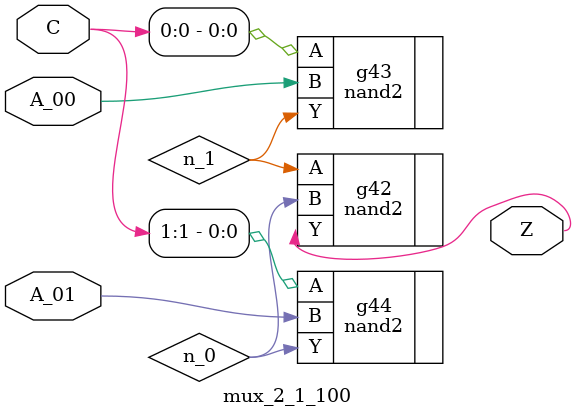
<source format=v>


module mux_2_1_100(C, A_00, A_01, Z);
  input [1:0] C;
  input A_00, A_01;
  output Z;
  wire [1:0] C;
  wire A_00, A_01;
  wire Z;
  wire n_0, n_1;
  nand2 g42(.A (n_1), .B (n_0), .Y (Z));
  nand2 g43(.A (C[0]), .B (A_00), .Y (n_1));
  nand2 g44(.A (C[1]), .B (A_01), .Y (n_0));
endmodule


</source>
